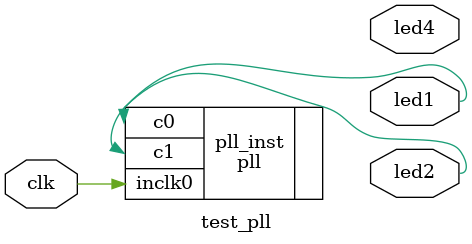
<source format=v>
module test_pll(
	input clk,
	output led1,
	output led2,
	output led4
);

pll	pll_inst (
	.inclk0 ( clk ),
	.c0 ( led1 ),
	.c1 ( led2 )
	);
	
endmodule
</source>
